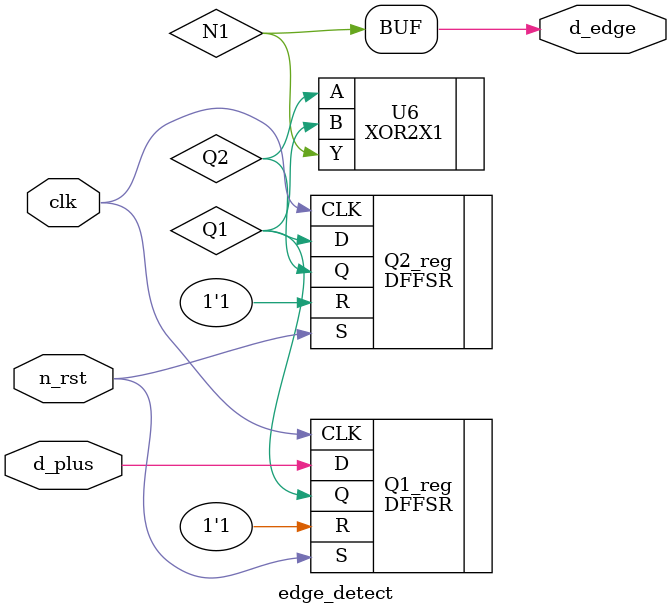
<source format=v>


module edge_detect ( clk, n_rst, d_plus, d_edge );
  input clk, n_rst, d_plus;
  output d_edge;
  wire   Q1, Q2, N1;
  assign d_edge = N1;

  DFFSR Q1_reg ( .D(d_plus), .CLK(clk), .R(1'b1), .S(n_rst), .Q(Q1) );
  DFFSR Q2_reg ( .D(Q1), .CLK(clk), .R(1'b1), .S(n_rst), .Q(Q2) );
  XOR2X1 U6 ( .A(Q2), .B(Q1), .Y(N1) );
endmodule


</source>
